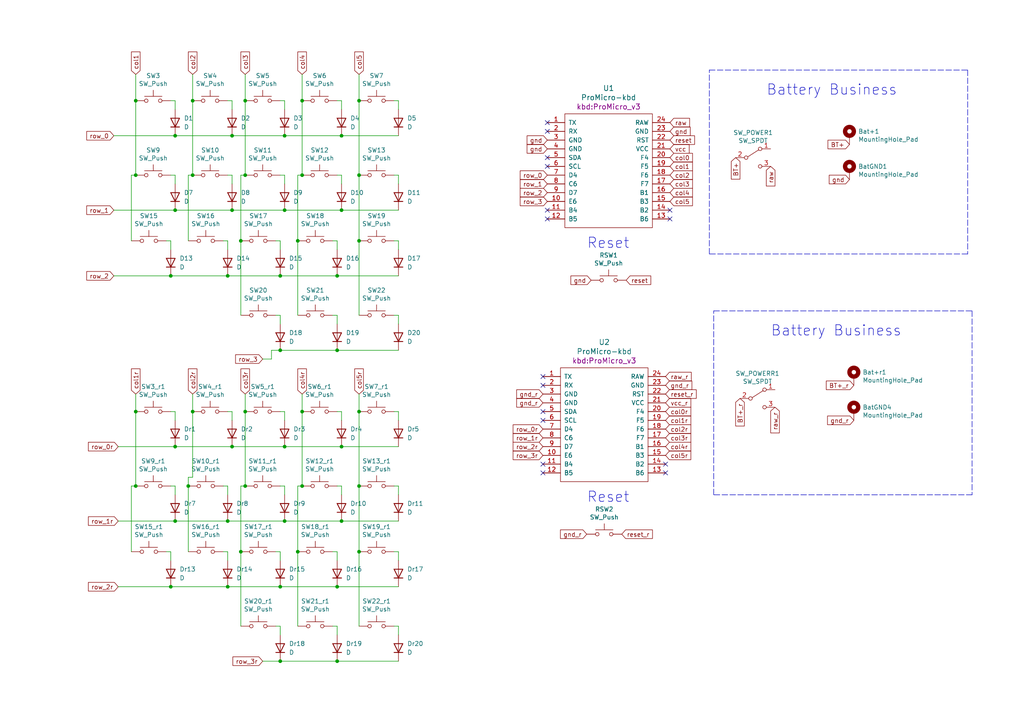
<source format=kicad_sch>
(kicad_sch (version 20211123) (generator eeschema)
  (paper "A4")
  (title_block (title "Sweep V2") (date "2021-03-10") (rev "0.1") (company "broomlabs"))
  (lib_symbols
    (symbol "Diode:1N4448W" (pin_numbers hide) (pin_names (offset 1.016) hide)
      (property "Reference" "D" (at 0 2.54 0))
      (property "Value" "1N4448W" (at 0 -2.54 0))
      (symbol "1N4448W_0_1"
        (polyline (pts (xy -1.27 1.27) (xy -1.27 -1.27)) (stroke (width 0.254)))
        (polyline (pts (xy 1.27 0) (xy -1.27 0)))
        (polyline (pts (xy 1.27 1.27) (xy 1.27 -1.27) (xy -1.27 0) (xy 1.27 1.27)) (stroke (width 0.254)))
      )
      (symbol "1N4448W_1_1"
        (pin passive line (at -3.81 0 0) (length 2.54) (name "K") (number "1"))
        (pin passive line (at 3.81 0 180) (length 2.54) (name "A") (number "2"))
      )
    )
    (symbol "Mechanical:MountingHole_Pad" (pin_numbers hide) (pin_names (offset 1.016) hide)
      (property "Reference" "H" (at 0 6.35 0))
      (property "Value" "MountingHole_Pad" (at 0 4.445 0))
      (symbol "MountingHole_Pad_0_1"
        (circle (center 0 1.27) (radius 1.27) (stroke (width 1.27)))
      )
      (symbol "MountingHole_Pad_1_1"
        (pin input line (at 0 -2.54 90) (length 2.54) (name "1") (number "1"))
      )
    )
    (symbol "Switch:SW_Push" (pin_numbers hide) (pin_names (offset 1.016) hide)
      (property "Reference" "SW" (at 1.27 2.54 0))
      (property "Value" "SW_Push" (at 0 -1.524 0))
      (symbol "SW_Push_0_1"
        (circle (center -2.032 0) (radius 0.508))
        (polyline (pts (xy 0 1.27) (xy 0 3.048)))
        (polyline (pts (xy 2.54 1.27) (xy -2.54 1.27)))
        (circle (center 2.032 0) (radius 0.508))
        (pin passive line (at -5.08 0 0) (length 2.54) (name "1") (number "1"))
        (pin passive line (at 5.08 0 180) (length 2.54) (name "2") (number "2"))
      )
    )
    (symbol "Switch:SW_SPDT" (pin_names (offset 0) hide)
      (property "Reference" "SW" (at 0 4.318 0))
      (property "Value" "SW_SPDT" (at 0 -5.08 0))
      (symbol "SW_SPDT_0_0"
        (circle (center -2.032 0) (radius 0.508))
        (circle (center 2.032 -2.54) (radius 0.508))
      )
      (symbol "SW_SPDT_0_1"
        (polyline (pts (xy -1.524 0.254) (xy 1.651 2.286)))
        (circle (center 2.032 2.54) (radius 0.508))
      )
      (symbol "SW_SPDT_1_1"
        (pin passive line (at 5.08 2.54 180) (length 2.54) (name "A") (number "1"))
        (pin passive line (at -5.08 0 0) (length 2.54) (name "B") (number "2"))
        (pin passive line (at 5.08 -2.54 180) (length 2.54) (name "C") (number "3"))
      )
    )
    (symbol "sweepv2-rescue:ProMicro-kbd-bigblackpill-34key-rescue" (pin_names (offset 1.016))
      (property "Reference" "U" (at 0 24.13 0))
      (property "Value" "ProMicro-kbd-bigblackpill-34key-rescue" (at 0 -13.97 0))
      (symbol "ProMicro-kbd-bigblackpill-34key-rescue_0_1"
        (rectangle (start -12.7 21.59) (end 12.7 -11.43))
      )
      (symbol "ProMicro-kbd-bigblackpill-34key-rescue_1_1"
        (pin bidirectional line (at -17.78 19.05 0) (length 5.08) (name "TX") (number "1"))
        (pin bidirectional line (at -17.78 -3.81 0) (length 5.08) (name "E6") (number "10"))
        (pin bidirectional line (at -17.78 -6.35 0) (length 5.08) (name "B4") (number "11"))
        (pin bidirectional line (at -17.78 -8.89 0) (length 5.08) (name "B5") (number "12"))
        (pin bidirectional line (at 17.78 -8.89 180) (length 5.08) (name "B6") (number "13"))
        (pin bidirectional line (at 17.78 -6.35 180) (length 5.08) (name "B2") (number "14"))
        (pin bidirectional line (at 17.78 -3.81 180) (length 5.08) (name "B3") (number "15"))
        (pin bidirectional line (at 17.78 -1.27 180) (length 5.08) (name "B1") (number "16"))
        (pin bidirectional line (at 17.78 1.27 180) (length 5.08) (name "F7") (number "17"))
        (pin bidirectional line (at 17.78 3.81 180) (length 5.08) (name "F6") (number "18"))
        (pin bidirectional line (at 17.78 6.35 180) (length 5.08) (name "F5") (number "19"))
        (pin bidirectional line (at -17.78 16.51 0) (length 5.08) (name "RX") (number "2"))
        (pin bidirectional line (at 17.78 8.89 180) (length 5.08) (name "F4") (number "20"))
        (pin power_in line (at 17.78 11.43 180) (length 5.08) (name "VCC") (number "21"))
        (pin input line (at 17.78 13.97 180) (length 5.08) (name "RST") (number "22"))
        (pin power_in line (at 17.78 16.51 180) (length 5.08) (name "GND") (number "23"))
        (pin power_out line (at 17.78 19.05 180) (length 5.08) (name "RAW") (number "24"))
        (pin power_in line (at -17.78 13.97 0) (length 5.08) (name "GND") (number "3"))
        (pin power_in line (at -17.78 11.43 0) (length 5.08) (name "GND") (number "4"))
        (pin bidirectional line (at -17.78 8.89 0) (length 5.08) (name "SDA") (number "5"))
        (pin bidirectional line (at -17.78 6.35 0) (length 5.08) (name "SCL") (number "6"))
        (pin bidirectional line (at -17.78 3.81 0) (length 5.08) (name "D4") (number "7"))
        (pin bidirectional line (at -17.78 1.27 0) (length 5.08) (name "C6") (number "8"))
        (pin bidirectional line (at -17.78 -1.27 0) (length 5.08) (name "D7") (number "9"))
      )
    )
  )
  (junction (at 99.06 39.37))
  (junction (at 50.8 60.96))
  (junction (at 86.36 69.85))
  (junction (at 97.79 170.18))
  (junction (at 104.14 69.85))
  (junction (at 55.88 50.8))
  (junction (at 67.31 60.96))
  (junction (at 97.79 191.77))
  (junction (at 86.36 160.02))
  (junction (at 104.14 140.97))
  (junction (at 67.31 39.37))
  (junction (at 82.55 151.13))
  (junction (at 97.79 101.6))
  (junction (at 54.61 140.97))
  (junction (at 71.12 119.38))
  (junction (at 87.63 140.97))
  (junction (at 99.06 151.13))
  (junction (at 82.55 129.54))
  (junction (at 50.8 39.37))
  (junction (at 99.06 129.54))
  (junction (at 39.37 50.8))
  (junction (at 81.28 80.01))
  (junction (at 81.28 191.77))
  (junction (at 71.12 50.8))
  (junction (at 67.31 129.54))
  (junction (at 99.06 60.96))
  (junction (at 69.85 160.02))
  (junction (at 87.63 119.38))
  (junction (at 55.88 119.38))
  (junction (at 87.63 50.8))
  (junction (at 50.8 129.54))
  (junction (at 82.55 39.37))
  (junction (at 97.79 80.01))
  (junction (at 39.37 29.21))
  (junction (at 66.04 80.01))
  (junction (at 104.14 119.38))
  (junction (at 81.28 170.18))
  (junction (at 66.04 170.18))
  (junction (at 69.85 69.85))
  (junction (at 104.14 50.8))
  (junction (at 55.88 29.21))
  (junction (at 50.8 151.13))
  (junction (at 39.37 140.97))
  (junction (at 39.37 119.38))
  (junction (at 49.53 170.18))
  (junction (at 49.53 80.01))
  (junction (at 71.12 140.97))
  (junction (at 82.55 60.96))
  (junction (at 66.04 151.13))
  (junction (at 71.12 29.21))
  (junction (at 87.63 29.21))
  (junction (at 104.14 29.21))
  (junction (at 104.14 160.02))
  (junction (at 81.28 101.6))
  (no_connect (at 193.04 137.16))
  (no_connect (at 193.04 134.62))
  (no_connect (at 157.48 109.22))
  (no_connect (at 157.48 111.76))
  (no_connect (at 157.48 119.38))
  (no_connect (at 157.48 134.62))
  (no_connect (at 157.48 137.16))
  (no_connect (at 157.48 121.92))
  (no_connect (at 194.31 60.96))
  (no_connect (at 158.75 60.96))
  (no_connect (at 194.31 63.5))
  (no_connect (at 158.75 35.56))
  (no_connect (at 158.75 38.1))
  (no_connect (at 158.75 45.72))
  (no_connect (at 158.75 48.26))
  (no_connect (at 158.75 63.5))
  (wire (pts (xy 34.29 129.54) (xy 50.8 129.54)))
  (wire (pts (xy 50.8 50.8) (xy 50.8 53.34)))
  (wire (pts (xy 87.63 114.3) (xy 87.63 119.38)))
  (wire (pts (xy 71.12 21.59) (xy 71.12 29.21)))
  (wire (pts (xy 87.63 119.38) (xy 87.63 140.97)))
  (wire (pts (xy 49.53 119.38) (xy 50.8 119.38)))
  (wire (pts (xy 81.28 101.6) (xy 97.79 101.6)))
  (wire (pts (xy 99.06 129.54) (xy 115.57 129.54)))
  (wire (pts (xy 69.85 140.97) (xy 71.12 140.97)))
  (wire (pts (xy 49.53 69.85) (xy 49.53 72.39)))
  (wire (pts (xy 67.31 129.54) (xy 82.55 129.54)))
  (wire (pts (xy 81.28 69.85) (xy 81.28 72.39)))
  (wire (pts (xy 114.3 119.38) (xy 115.57 119.38)))
  (wire (pts (xy 99.06 151.13) (xy 115.57 151.13)))
  (wire (pts (xy 67.31 39.37) (xy 82.55 39.37)))
  (wire (pts (xy 66.04 50.8) (xy 67.31 50.8)))
  (wire (pts (xy 114.3 29.21) (xy 115.57 29.21)))
  (wire (pts (xy 49.53 170.18) (xy 66.04 170.18)))
  (wire (pts (xy 82.55 29.21) (xy 82.55 31.75)))
  (wire (pts (xy 104.14 119.38) (xy 104.14 140.97)))
  (wire (pts (xy 97.79 119.38) (xy 99.06 119.38)))
  (wire (pts (xy 50.8 119.38) (xy 50.8 121.92)))
  (wire (pts (xy 49.53 50.8) (xy 50.8 50.8)))
  (wire (pts (xy 54.61 50.8) (xy 55.88 50.8)))
  (wire (pts (xy 69.85 69.85) (xy 69.85 91.44)))
  (wire (pts (xy 104.14 69.85) (xy 104.14 91.44)))
  (wire (pts (xy 97.79 140.97) (xy 99.06 140.97)))
  (wire (pts (xy 80.01 181.61) (xy 81.28 181.61)))
  (wire (pts (xy 39.37 21.59) (xy 39.37 29.21)))
  (wire (pts (xy 80.01 160.02) (xy 81.28 160.02)))
  (wire (pts (xy 66.04 119.38) (xy 67.31 119.38)))
  (wire (pts (xy 66.04 140.97) (xy 66.04 143.51)))
  (wire (pts (xy 115.57 140.97) (xy 115.57 143.51)))
  (wire (pts (xy 76.2 191.77) (xy 81.28 191.77)))
  (polyline (pts (xy 281.94 90.17) (xy 281.94 143.51)))
  (wire (pts (xy 114.3 181.61) (xy 115.57 181.61)))
  (wire (pts (xy 50.8 39.37) (xy 67.31 39.37)))
  (wire (pts (xy 34.29 151.13) (xy 50.8 151.13)))
  (wire (pts (xy 48.26 69.85) (xy 49.53 69.85)))
  (wire (pts (xy 38.1 50.8) (xy 39.37 50.8)))
  (wire (pts (xy 64.77 140.97) (xy 66.04 140.97)))
  (wire (pts (xy 55.88 114.3) (xy 55.88 119.38)))
  (wire (pts (xy 33.02 39.37) (xy 50.8 39.37)))
  (wire (pts (xy 86.36 140.97) (xy 87.63 140.97)))
  (wire (pts (xy 99.06 60.96) (xy 115.57 60.96)))
  (wire (pts (xy 39.37 114.3) (xy 39.37 119.38)))
  (wire (pts (xy 104.14 21.59) (xy 104.14 29.21)))
  (wire (pts (xy 115.57 91.44) (xy 115.57 93.98)))
  (wire (pts (xy 97.79 69.85) (xy 97.79 72.39)))
  (wire (pts (xy 115.57 160.02) (xy 115.57 162.56)))
  (wire (pts (xy 86.36 160.02) (xy 86.36 181.61)))
  (wire (pts (xy 97.79 101.6) (xy 115.57 101.6)))
  (wire (pts (xy 82.55 39.37) (xy 99.06 39.37)))
  (wire (pts (xy 115.57 50.8) (xy 115.57 53.34)))
  (wire (pts (xy 115.57 119.38) (xy 115.57 121.92)))
  (wire (pts (xy 39.37 29.21) (xy 39.37 50.8)))
  (wire (pts (xy 64.77 69.85) (xy 66.04 69.85)))
  (wire (pts (xy 69.85 69.85) (xy 69.85 50.8)))
  (wire (pts (xy 86.36 160.02) (xy 86.36 140.97)))
  (wire (pts (xy 67.31 50.8) (xy 67.31 53.34)))
  (wire (pts (xy 67.31 119.38) (xy 67.31 121.92)))
  (wire (pts (xy 97.79 29.21) (xy 99.06 29.21)))
  (wire (pts (xy 66.04 170.18) (xy 81.28 170.18)))
  (wire (pts (xy 82.55 129.54) (xy 99.06 129.54)))
  (wire (pts (xy 78.74 104.14) (xy 78.74 101.6)))
  (wire (pts (xy 97.79 50.8) (xy 99.06 50.8)))
  (wire (pts (xy 97.79 170.18) (xy 115.57 170.18)))
  (wire (pts (xy 115.57 181.61) (xy 115.57 184.15)))
  (wire (pts (xy 50.8 151.13) (xy 66.04 151.13)))
  (wire (pts (xy 69.85 50.8) (xy 71.12 50.8)))
  (polyline (pts (xy 280.67 20.32) (xy 280.67 73.66)))
  (wire (pts (xy 38.1 140.97) (xy 39.37 140.97)))
  (wire (pts (xy 48.26 160.02) (xy 49.53 160.02)))
  (wire (pts (xy 55.88 29.21) (xy 55.88 50.8)))
  (wire (pts (xy 81.28 119.38) (xy 82.55 119.38)))
  (wire (pts (xy 71.12 29.21) (xy 71.12 50.8)))
  (wire (pts (xy 49.53 80.01) (xy 66.04 80.01)))
  (polyline (pts (xy 205.74 73.66) (xy 205.74 20.32)))
  (wire (pts (xy 50.8 29.21) (xy 50.8 31.75)))
  (wire (pts (xy 71.12 119.38) (xy 71.12 140.97)))
  (wire (pts (xy 104.14 160.02) (xy 104.14 181.61)))
  (wire (pts (xy 76.2 104.14) (xy 78.74 104.14)))
  (wire (pts (xy 81.28 170.18) (xy 97.79 170.18)))
  (wire (pts (xy 99.06 140.97) (xy 99.06 143.51)))
  (polyline (pts (xy 281.94 143.51) (xy 207.01 143.51)))
  (wire (pts (xy 54.61 69.85) (xy 54.61 50.8)))
  (wire (pts (xy 49.53 29.21) (xy 50.8 29.21)))
  (wire (pts (xy 66.04 69.85) (xy 66.04 72.39)))
  (wire (pts (xy 82.55 140.97) (xy 82.55 143.51)))
  (wire (pts (xy 55.88 138.43) (xy 54.61 138.43)))
  (wire (pts (xy 81.28 91.44) (xy 81.28 93.98)))
  (wire (pts (xy 96.52 69.85) (xy 97.79 69.85)))
  (wire (pts (xy 99.06 50.8) (xy 99.06 53.34)))
  (wire (pts (xy 115.57 69.85) (xy 115.57 72.39)))
  (wire (pts (xy 115.57 29.21) (xy 115.57 31.75)))
  (wire (pts (xy 54.61 138.43) (xy 54.61 140.97)))
  (wire (pts (xy 114.3 69.85) (xy 115.57 69.85)))
  (wire (pts (xy 86.36 69.85) (xy 86.36 91.44)))
  (wire (pts (xy 96.52 91.44) (xy 97.79 91.44)))
  (wire (pts (xy 97.79 181.61) (xy 97.79 184.15)))
  (wire (pts (xy 81.28 50.8) (xy 82.55 50.8)))
  (wire (pts (xy 66.04 160.02) (xy 66.04 162.56)))
  (wire (pts (xy 97.79 191.77) (xy 115.57 191.77)))
  (wire (pts (xy 99.06 39.37) (xy 115.57 39.37)))
  (wire (pts (xy 97.79 80.01) (xy 115.57 80.01)))
  (wire (pts (xy 39.37 119.38) (xy 39.37 140.97)))
  (wire (pts (xy 80.01 69.85) (xy 81.28 69.85)))
  (wire (pts (xy 82.55 119.38) (xy 82.55 121.92)))
  (wire (pts (xy 104.14 140.97) (xy 104.14 160.02)))
  (wire (pts (xy 33.02 60.96) (xy 50.8 60.96)))
  (wire (pts (xy 82.55 50.8) (xy 82.55 53.34)))
  (wire (pts (xy 114.3 160.02) (xy 115.57 160.02)))
  (wire (pts (xy 78.74 101.6) (xy 81.28 101.6)))
  (wire (pts (xy 114.3 91.44) (xy 115.57 91.44)))
  (wire (pts (xy 71.12 114.3) (xy 71.12 119.38)))
  (wire (pts (xy 81.28 29.21) (xy 82.55 29.21)))
  (wire (pts (xy 50.8 129.54) (xy 67.31 129.54)))
  (wire (pts (xy 69.85 160.02) (xy 69.85 140.97)))
  (wire (pts (xy 38.1 69.85) (xy 38.1 50.8)))
  (wire (pts (xy 82.55 151.13) (xy 99.06 151.13)))
  (wire (pts (xy 87.63 21.59) (xy 87.63 29.21)))
  (wire (pts (xy 66.04 151.13) (xy 82.55 151.13)))
  (wire (pts (xy 66.04 80.01) (xy 81.28 80.01)))
  (wire (pts (xy 104.14 114.3) (xy 104.14 119.38)))
  (wire (pts (xy 97.79 91.44) (xy 97.79 93.98)))
  (wire (pts (xy 54.61 140.97) (xy 54.61 160.02)))
  (wire (pts (xy 104.14 29.21) (xy 104.14 50.8)))
  (polyline (pts (xy 207.01 90.17) (xy 281.94 90.17)))
  (wire (pts (xy 86.36 69.85) (xy 86.36 50.8)))
  (wire (pts (xy 50.8 60.96) (xy 67.31 60.96)))
  (wire (pts (xy 86.36 50.8) (xy 87.63 50.8)))
  (wire (pts (xy 49.53 160.02) (xy 49.53 162.56)))
  (wire (pts (xy 67.31 29.21) (xy 67.31 31.75)))
  (wire (pts (xy 69.85 160.02) (xy 69.85 181.61)))
  (wire (pts (xy 81.28 80.01) (xy 97.79 80.01)))
  (wire (pts (xy 82.55 60.96) (xy 99.06 60.96)))
  (wire (pts (xy 99.06 29.21) (xy 99.06 31.75)))
  (wire (pts (xy 55.88 21.59) (xy 55.88 29.21)))
  (wire (pts (xy 114.3 140.97) (xy 115.57 140.97)))
  (wire (pts (xy 97.79 160.02) (xy 97.79 162.56)))
  (wire (pts (xy 49.53 140.97) (xy 50.8 140.97)))
  (wire (pts (xy 96.52 160.02) (xy 97.79 160.02)))
  (polyline (pts (xy 205.74 20.32) (xy 280.67 20.32)))
  (wire (pts (xy 50.8 140.97) (xy 50.8 143.51)))
  (wire (pts (xy 104.14 50.8) (xy 104.14 69.85)))
  (wire (pts (xy 81.28 160.02) (xy 81.28 162.56)))
  (polyline (pts (xy 280.67 73.66) (xy 205.74 73.66)))
  (wire (pts (xy 34.29 170.18) (xy 49.53 170.18)))
  (polyline (pts (xy 207.01 143.51) (xy 207.01 90.17)))
  (wire (pts (xy 81.28 140.97) (xy 82.55 140.97)))
  (wire (pts (xy 64.77 160.02) (xy 66.04 160.02)))
  (wire (pts (xy 81.28 191.77) (xy 97.79 191.77)))
  (wire (pts (xy 38.1 160.02) (xy 38.1 140.97)))
  (wire (pts (xy 67.31 60.96) (xy 82.55 60.96)))
  (wire (pts (xy 114.3 50.8) (xy 115.57 50.8)))
  (wire (pts (xy 87.63 29.21) (xy 87.63 50.8)))
  (wire (pts (xy 81.28 181.61) (xy 81.28 184.15)))
  (wire (pts (xy 33.02 80.01) (xy 49.53 80.01)))
  (wire (pts (xy 55.88 119.38) (xy 55.88 138.43)))
  (wire (pts (xy 66.04 29.21) (xy 67.31 29.21)))
  (wire (pts (xy 80.01 91.44) (xy 81.28 91.44)))
  (wire (pts (xy 99.06 119.38) (xy 99.06 121.92)))
  (wire (pts (xy 96.52 181.61) (xy 97.79 181.61)))
  (text "Reset" (at 170.18 72.39 0) (effects (font (size 2.9972 2.9972)) (justify left bottom)))
  (text "Battery Business" (at 223.52 97.79 0) (effects (font (size 2.9972 2.9972)) (justify left bottom)))
  (text "Battery Business" (at 222.25 27.94 0) (effects (font (size 2.9972 2.9972)) (justify left bottom)))
  (text "Reset" (at 170.18 146.05 0) (effects (font (size 2.9972 2.9972)) (justify left bottom)))
  (global_label "col2" (shape input) (at 194.31 50.8 0) (property "Intersheet References" "${INTERSHEET_REFS}" (effects hide)))
  (global_label "vcc_r" (shape input) (at 193.04 116.84 0) (property "Intersheet References" "${INTERSHEET_REFS}" (effects hide)))
  (global_label "col4r" (shape input) (at 87.63 114.3 90) (property "Intersheet References" "${INTERSHEET_REFS}" (effects hide)))
  (global_label "row_1" (shape input) (at 158.75 53.34 180) (property "Intersheet References" "${INTERSHEET_REFS}" (effects hide)))
  (global_label "col2r" (shape input) (at 55.88 114.3 90) (property "Intersheet References" "${INTERSHEET_REFS}" (effects hide)))
  (global_label "gnd" (shape input) (at 158.75 40.64 180) (property "Intersheet References" "${INTERSHEET_REFS}" (effects hide)))
  (global_label "reset" (shape input) (at 181.61 81.28 0) (property "Intersheet References" "${INTERSHEET_REFS}" (effects hide)))
  (global_label "reset" (shape input) (at 194.31 40.64 0) (property "Intersheet References" "${INTERSHEET_REFS}" (effects hide)))
  (global_label "row_3" (shape input) (at 158.75 58.42 180) (property "Intersheet References" "${INTERSHEET_REFS}" (effects hide)))
  (global_label "col1r" (shape input) (at 39.37 114.3 90) (property "Intersheet References" "${INTERSHEET_REFS}" (effects hide)))
  (global_label "row_0r" (shape input) (at 34.29 129.54 180) (property "Intersheet References" "${INTERSHEET_REFS}" (effects hide)))
  (global_label "raw_r" (shape input) (at 224.79 118.11 270) (property "Intersheet References" "${INTERSHEET_REFS}" (effects hide)))
  (global_label "col3r" (shape input) (at 193.04 127 0) (property "Intersheet References" "${INTERSHEET_REFS}" (effects hide)))
  (global_label "vcc" (shape input) (at 194.31 43.18 0) (property "Intersheet References" "${INTERSHEET_REFS}" (effects hide)))
  (global_label "row_3r" (shape input) (at 157.48 132.08 180) (property "Intersheet References" "${INTERSHEET_REFS}" (effects hide)))
  (global_label "row_1r" (shape input) (at 34.29 151.13 180) (property "Intersheet References" "${INTERSHEET_REFS}" (effects hide)))
  (global_label "col2r" (shape input) (at 193.04 124.46 0) (property "Intersheet References" "${INTERSHEET_REFS}" (effects hide)))
  (global_label "col2" (shape input) (at 55.88 21.59 90) (property "Intersheet References" "${INTERSHEET_REFS}" (effects hide)))
  (global_label "row_0r" (shape input) (at 157.48 124.46 180) (property "Intersheet References" "${INTERSHEET_REFS}" (effects hide)))
  (global_label "col1" (shape input) (at 194.31 48.26 0) (property "Intersheet References" "${INTERSHEET_REFS}" (effects hide)))
  (global_label "col3" (shape input) (at 71.12 21.59 90) (property "Intersheet References" "${INTERSHEET_REFS}" (effects hide)))
  (global_label "row_2r" (shape input) (at 34.29 170.18 180) (property "Intersheet References" "${INTERSHEET_REFS}" (effects hide)))
  (global_label "gnd_r" (shape input) (at 170.18 154.94 180) (property "Intersheet References" "${INTERSHEET_REFS}" (effects hide)))
  (global_label "reset_r" (shape input) (at 180.34 154.94 0) (property "Intersheet References" "${INTERSHEET_REFS}" (effects hide)))
  (global_label "col0r" (shape input) (at 193.04 119.38 0) (property "Intersheet References" "${INTERSHEET_REFS}" (effects hide)))
  (global_label "row_2" (shape input) (at 158.75 55.88 180) (property "Intersheet References" "${INTERSHEET_REFS}" (effects hide)))
  (global_label "col0" (shape input) (at 194.31 45.72 0) (property "Intersheet References" "${INTERSHEET_REFS}" (effects hide)))
  (global_label "gnd_r" (shape input) (at 157.48 114.3 180) (property "Intersheet References" "${INTERSHEET_REFS}" (effects hide)))
  (global_label "row_3r" (shape input) (at 76.2 191.77 180) (property "Intersheet References" "${INTERSHEET_REFS}" (effects hide)))
  (global_label "raw_r" (shape input) (at 193.04 109.22 0) (property "Intersheet References" "${INTERSHEET_REFS}" (effects hide)))
  (global_label "gnd_r" (shape input) (at 193.04 111.76 0) (property "Intersheet References" "${INTERSHEET_REFS}" (effects hide)))
  (global_label "col4" (shape input) (at 194.31 55.88 0) (property "Intersheet References" "${INTERSHEET_REFS}" (effects hide)))
  (global_label "gnd" (shape input) (at 158.75 43.18 180) (property "Intersheet References" "${INTERSHEET_REFS}" (effects hide)))
  (global_label "BT+_r" (shape input) (at 247.65 111.76 180) (property "Intersheet References" "${INTERSHEET_REFS}" (effects hide)))
  (global_label "row_3" (shape input) (at 76.2 104.14 180) (property "Intersheet References" "${INTERSHEET_REFS}" (effects hide)))
  (global_label "gnd" (shape input) (at 171.45 81.28 180) (property "Intersheet References" "${INTERSHEET_REFS}" (effects hide)))
  (global_label "col4r" (shape input) (at 193.04 129.54 0) (property "Intersheet References" "${INTERSHEET_REFS}" (effects hide)))
  (global_label "gnd" (shape input) (at 246.38 52.07 180) (property "Intersheet References" "${INTERSHEET_REFS}" (effects hide)))
  (global_label "row_0" (shape input) (at 33.02 39.37 180) (property "Intersheet References" "${INTERSHEET_REFS}" (effects hide)))
  (global_label "gnd_r" (shape input) (at 247.65 121.92 180) (property "Intersheet References" "${INTERSHEET_REFS}" (effects hide)))
  (global_label "row_1r" (shape input) (at 157.48 127 180) (property "Intersheet References" "${INTERSHEET_REFS}" (effects hide)))
  (global_label "col5" (shape input) (at 104.14 21.59 90) (property "Intersheet References" "${INTERSHEET_REFS}" (effects hide)))
  (global_label "row_1" (shape input) (at 33.02 60.96 180) (property "Intersheet References" "${INTERSHEET_REFS}" (effects hide)))
  (global_label "BT+" (shape input) (at 213.36 45.72 270) (property "Intersheet References" "${INTERSHEET_REFS}" (effects hide)))
  (global_label "col5r" (shape input) (at 193.04 132.08 0) (property "Intersheet References" "${INTERSHEET_REFS}" (effects hide)))
  (global_label "col4" (shape input) (at 87.63 21.59 90) (property "Intersheet References" "${INTERSHEET_REFS}" (effects hide)))
  (global_label "col3" (shape input) (at 194.31 53.34 0) (property "Intersheet References" "${INTERSHEET_REFS}" (effects hide)))
  (global_label "raw" (shape input) (at 223.52 48.26 270) (property "Intersheet References" "${INTERSHEET_REFS}" (effects hide)))
  (global_label "col5r" (shape input) (at 104.14 114.3 90) (property "Intersheet References" "${INTERSHEET_REFS}" (effects hide)))
  (global_label "BT+_r" (shape input) (at 214.63 115.57 270) (property "Intersheet References" "${INTERSHEET_REFS}" (effects hide)))
  (global_label "row_2" (shape input) (at 33.02 80.01 180) (property "Intersheet References" "${INTERSHEET_REFS}" (effects hide)))
  (global_label "raw" (shape input) (at 194.31 35.56 0) (property "Intersheet References" "${INTERSHEET_REFS}" (effects hide)))
  (global_label "gnd_r" (shape input) (at 157.48 116.84 180) (property "Intersheet References" "${INTERSHEET_REFS}" (effects hide)))
  (global_label "col3r" (shape input) (at 71.12 114.3 90) (property "Intersheet References" "${INTERSHEET_REFS}" (effects hide)))
  (global_label "BT+" (shape input) (at 246.38 41.91 180) (property "Intersheet References" "${INTERSHEET_REFS}" (effects hide)))
  (global_label "row_2r" (shape input) (at 157.48 129.54 180) (property "Intersheet References" "${INTERSHEET_REFS}" (effects hide)))
  (global_label "row_0" (shape input) (at 158.75 50.8 180) (property "Intersheet References" "${INTERSHEET_REFS}" (effects hide)))
  (global_label "col5" (shape input) (at 194.31 58.42 0) (property "Intersheet References" "${INTERSHEET_REFS}" (effects hide)))
  (global_label "col1r" (shape input) (at 193.04 121.92 0) (property "Intersheet References" "${INTERSHEET_REFS}" (effects hide)))
  (global_label "gnd" (shape input) (at 194.31 38.1 0) (property "Intersheet References" "${INTERSHEET_REFS}" (effects hide)))
  (global_label "reset_r" (shape input) (at 193.04 114.3 0) (property "Intersheet References" "${INTERSHEET_REFS}" (effects hide)))
  (global_label "col1" (shape input) (at 39.37 21.59 90) (property "Intersheet References" "${INTERSHEET_REFS}" (effects hide)))
  (symbol (lib_id "Mechanical:MountingHole_Pad") (at 246.38 39.37 0) (unit 1)
    (property "Reference" "Bat+1" (at 248.92 38.1254 0) (effects (justify left)))
    (property "Value" "MountingHole_Pad" (at 248.92 40.4368 0) (effects (justify left)))
    (property "Footprint" "kbd:1pin_conn" (effects hide))
  )
  (symbol (lib_id "Mechanical:MountingHole_Pad") (at 246.38 49.53 0) (unit 1)
    (property "Reference" "BatGND1" (at 248.92 48.2854 0) (effects (justify left)))
    (property "Value" "MountingHole_Pad" (at 248.92 50.5968 0) (effects (justify left)))
    (property "Footprint" "kbd:1pin_conn" (effects hide))
  )
  (symbol (lib_id "sweepv2-rescue:ProMicro-kbd-bigblackpill-34key-rescue") (at 176.53 54.61 0) (unit 1)
    (property "Reference" "U1" (at 176.53 25.5778 0) (effects (font (size 1.524 1.524))))
    (property "Value" "ProMicro-kbd" (at 176.53 28.2702 0) (effects (font (size 1.524 1.524))))
    (property "Footprint" "kbd:ProMicro_v3" (at 176.53 30.9626 0) (effects (font (size 1.524 1.524))))
  )
  (symbol (lib_id "Switch:SW_Push") (at 44.45 29.21 0) (unit 1)
    (property "Reference" "SW3" (at 44.45 21.971 0))
    (property "Value" "SW_Push" (at 44.45 24.2824 0))
    (property "Footprint" "keyswitches:Kailh_socket_PG1350_optional" (effects hide))
  )
  (symbol (lib_id "Switch:SW_Push") (at 60.96 29.21 0) (unit 1)
    (property "Reference" "SW4" (at 60.96 21.971 0))
    (property "Value" "SW_Push" (at 60.96 24.2824 0))
    (property "Footprint" "keyswitches:Kailh_socket_PG1350_optional" (effects hide))
  )
  (symbol (lib_id "Switch:SW_Push") (at 76.2 29.21 0) (unit 1)
    (property "Reference" "SW5" (at 76.2 21.971 0))
    (property "Value" "SW_Push" (at 76.2 24.2824 0))
    (property "Footprint" "keyswitches:Kailh_socket_PG1350_optional" (effects hide))
  )
  (symbol (lib_id "Switch:SW_Push") (at 92.71 29.21 0) (unit 1)
    (property "Reference" "SW6" (at 92.71 21.971 0))
    (property "Value" "SW_Push" (at 92.71 24.2824 0))
    (property "Footprint" "keyswitches:Kailh_socket_PG1350_optional" (effects hide))
  )
  (symbol (lib_id "Switch:SW_Push") (at 74.93 91.44 0) (unit 1)
    (property "Reference" "SW20" (at 74.93 84.201 0))
    (property "Value" "SW_Push" (at 74.93 86.5124 0))
    (property "Footprint" "keyswitches:Kailh_socket_PG1350_optional" (effects hide))
  )
  (symbol (lib_id "Switch:SW_Push") (at 91.44 91.44 0) (unit 1)
    (property "Reference" "SW21" (at 91.44 84.201 0))
    (property "Value" "SW_Push" (at 91.44 86.5124 0))
    (property "Footprint" "keyswitches:Kailh_socket_PG1350_optional" (effects hide))
  )
  (symbol (lib_id "Switch:SW_Push") (at 44.45 50.8 0) (unit 1)
    (property "Reference" "SW9" (at 44.45 43.561 0))
    (property "Value" "SW_Push" (at 44.45 45.8724 0))
    (property "Footprint" "keyswitches:Kailh_socket_PG1350_optional" (effects hide))
  )
  (symbol (lib_id "Switch:SW_Push") (at 60.96 50.8 0) (unit 1)
    (property "Reference" "SW10" (at 60.96 43.561 0))
    (property "Value" "SW_Push" (at 60.96 45.8724 0))
    (property "Footprint" "keyswitches:Kailh_socket_PG1350_optional" (effects hide))
  )
  (symbol (lib_id "Switch:SW_Push") (at 76.2 50.8 0) (unit 1)
    (property "Reference" "SW11" (at 76.2 43.561 0))
    (property "Value" "SW_Push" (at 76.2 45.8724 0))
    (property "Footprint" "keyswitches:Kailh_socket_PG1350_optional" (effects hide))
  )
  (symbol (lib_id "Switch:SW_Push") (at 92.71 50.8 0) (unit 1)
    (property "Reference" "SW12" (at 92.71 43.561 0))
    (property "Value" "SW_Push" (at 92.71 45.8724 0))
    (property "Footprint" "keyswitches:Kailh_socket_PG1350_optional" (effects hide))
  )
  (symbol (lib_id "Switch:SW_Push") (at 43.18 69.85 0) (unit 1)
    (property "Reference" "SW15" (at 43.18 62.611 0))
    (property "Value" "SW_Push" (at 43.18 64.9224 0))
    (property "Footprint" "keyswitches:Kailh_socket_PG1350_optional" (effects hide))
  )
  (symbol (lib_id "Switch:SW_Push") (at 59.69 69.85 0) (unit 1)
    (property "Reference" "SW16" (at 59.69 62.611 0))
    (property "Value" "SW_Push" (at 59.69 64.9224 0))
    (property "Footprint" "keyswitches:Kailh_socket_PG1350_optional" (effects hide))
  )
  (symbol (lib_id "Switch:SW_Push") (at 74.93 69.85 0) (unit 1)
    (property "Reference" "SW17" (at 74.93 62.611 0))
    (property "Value" "SW_Push" (at 74.93 64.9224 0))
    (property "Footprint" "keyswitches:Kailh_socket_PG1350_optional" (effects hide))
  )
  (symbol (lib_id "Switch:SW_Push") (at 91.44 69.85 0) (unit 1)
    (property "Reference" "SW18" (at 91.44 62.611 0))
    (property "Value" "SW_Push" (at 91.44 64.9224 0))
    (property "Footprint" "keyswitches:Kailh_socket_PG1350_optional" (effects hide))
  )
  (symbol (lib_id "Switch:SW_Push") (at 176.53 81.28 0) (unit 1)
    (property "Reference" "RSW1" (at 176.53 74.041 0))
    (property "Value" "SW_Push" (at 176.53 76.3524 0))
    (property "Footprint" "kbd:ResetSW" (effects hide))
  )
  (symbol (lib_id "Switch:SW_SPDT") (at 218.44 45.72 0) (unit 1)
    (property "Reference" "SW_POWER1" (at 218.44 38.481 0))
    (property "Value" "SW_SPDT" (at 218.44 40.7924 0))
    (property "Footprint" "Button_Switch_SMD:SW_SPDT_PCM12" (effects hide))
  )
  (symbol (lib_id "Switch:SW_Push") (at 44.45 119.38 0) (unit 1)
    (property "Reference" "SW3_r1" (at 44.45 112.141 0))
    (property "Value" "SW_Push" (at 44.45 114.4524 0))
    (property "Footprint" "keyswitches:Kailh_socket_PG1350_optional" (effects hide))
  )
  (symbol (lib_id "Switch:SW_Push") (at 60.96 119.38 0) (unit 1)
    (property "Reference" "SW4_r1" (at 60.96 112.141 0))
    (property "Value" "SW_Push" (at 60.96 114.4524 0))
    (property "Footprint" "keyswitches:Kailh_socket_PG1350_optional" (effects hide))
  )
  (symbol (lib_id "Switch:SW_Push") (at 76.2 119.38 0) (unit 1)
    (property "Reference" "SW5_r1" (at 76.2 112.141 0))
    (property "Value" "SW_Push" (at 76.2 114.4524 0))
    (property "Footprint" "keyswitches:Kailh_socket_PG1350_optional" (effects hide))
  )
  (symbol (lib_id "Switch:SW_Push") (at 92.71 119.38 0) (unit 1)
    (property "Reference" "SW6_r1" (at 92.71 112.141 0))
    (property "Value" "SW_Push" (at 92.71 114.4524 0))
    (property "Footprint" "keyswitches:Kailh_socket_PG1350_optional" (effects hide))
  )
  (symbol (lib_id "Switch:SW_Push") (at 74.93 160.02 0) (unit 1)
    (property "Reference" "SW17_r1" (at 74.93 152.781 0))
    (property "Value" "SW_Push" (at 74.93 155.0924 0))
    (property "Footprint" "keyswitches:Kailh_socket_PG1350_optional" (effects hide))
  )
  (symbol (lib_id "Switch:SW_Push") (at 91.44 160.02 0) (unit 1)
    (property "Reference" "SW18_r1" (at 91.44 152.781 0))
    (property "Value" "SW_Push" (at 91.44 155.0924 0))
    (property "Footprint" "keyswitches:Kailh_socket_PG1350_optional" (effects hide))
  )
  (symbol (lib_id "Switch:SW_Push") (at 109.22 119.38 0) (unit 1)
    (property "Reference" "SW7_r1" (at 109.22 112.141 0))
    (property "Value" "SW_Push" (at 109.22 114.4524 0))
    (property "Footprint" "keyswitches:Kailh_socket_PG1350_optional" (effects hide))
  )
  (symbol (lib_id "Switch:SW_Push") (at 44.45 140.97 0) (unit 1)
    (property "Reference" "SW9_r1" (at 44.45 133.731 0))
    (property "Value" "SW_Push" (at 44.45 136.0424 0))
    (property "Footprint" "keyswitches:Kailh_socket_PG1350_optional" (effects hide))
  )
  (symbol (lib_id "Switch:SW_Push") (at 59.69 140.97 0) (unit 1)
    (property "Reference" "SW10_r1" (at 59.69 133.731 0))
    (property "Value" "SW_Push" (at 59.69 136.0424 0))
    (property "Footprint" "keyswitches:Kailh_socket_PG1350_optional" (effects hide))
  )
  (symbol (lib_id "Switch:SW_Push") (at 76.2 140.97 0) (unit 1)
    (property "Reference" "SW11_r1" (at 76.2 133.731 0))
    (property "Value" "SW_Push" (at 76.2 136.0424 0))
    (property "Footprint" "keyswitches:Kailh_socket_PG1350_optional" (effects hide))
  )
  (symbol (lib_id "Switch:SW_Push") (at 92.71 140.97 0) (unit 1)
    (property "Reference" "SW12_r1" (at 92.71 133.731 0))
    (property "Value" "SW_Push" (at 92.71 136.0424 0))
    (property "Footprint" "keyswitches:Kailh_socket_PG1350_optional" (effects hide))
  )
  (symbol (lib_id "Switch:SW_Push") (at 109.22 140.97 0) (unit 1)
    (property "Reference" "SW13_r1" (at 109.22 133.731 0))
    (property "Value" "SW_Push" (at 109.22 136.0424 0))
    (property "Footprint" "keyswitches:Kailh_socket_PG1350_optional" (effects hide))
  )
  (symbol (lib_id "Switch:SW_Push") (at 43.18 160.02 0) (unit 1)
    (property "Reference" "SW15_r1" (at 43.18 152.781 0))
    (property "Value" "SW_Push" (at 43.18 155.0924 0))
    (property "Footprint" "keyswitches:Kailh_socket_PG1350_optional" (effects hide))
  )
  (symbol (lib_id "Switch:SW_Push") (at 59.69 160.02 0) (unit 1)
    (property "Reference" "SW16_r1" (at 59.69 152.781 0))
    (property "Value" "SW_Push" (at 59.69 155.0924 0))
    (property "Footprint" "keyswitches:Kailh_socket_PG1350_optional" (effects hide))
  )
  (symbol (lib_id "sweepv2-rescue:ProMicro-kbd-bigblackpill-34key-rescue") (at 175.26 128.27 0) (unit 1)
    (property "Reference" "U2" (at 175.26 99.2378 0) (effects (font (size 1.524 1.524))))
    (property "Value" "ProMicro-kbd" (at 175.26 101.9302 0) (effects (font (size 1.524 1.524))))
    (property "Footprint" "kbd:ProMicro_v3" (at 175.26 104.6226 0) (effects (font (size 1.524 1.524))))
  )
  (symbol (lib_id "Switch:SW_Push") (at 175.26 154.94 0) (unit 1)
    (property "Reference" "RSW2" (at 175.26 147.701 0))
    (property "Value" "SW_Push" (at 175.26 150.0124 0))
    (property "Footprint" "kbd:ResetSW" (effects hide))
  )
  (symbol (lib_id "Switch:SW_SPDT") (at 219.71 115.57 0) (unit 1)
    (property "Reference" "SW_POWERR1" (at 219.71 108.331 0))
    (property "Value" "SW_SPDT" (at 219.71 110.6424 0))
    (property "Footprint" "Button_Switch_SMD:SW_SPDT_PCM12" (effects hide))
  )
  (symbol (lib_id "Mechanical:MountingHole_Pad") (at 247.65 109.22 0) (unit 1)
    (property "Reference" "Bat+r1" (at 250.19 107.9754 0) (effects (justify left)))
    (property "Value" "MountingHole_Pad" (at 250.19 110.2868 0) (effects (justify left)))
    (property "Footprint" "kbd:1pin_conn" (effects hide))
  )
  (symbol (lib_id "Mechanical:MountingHole_Pad") (at 247.65 119.38 0) (unit 1)
    (property "Reference" "BatGND4" (at 250.19 118.1354 0) (effects (justify left)))
    (property "Value" "MountingHole_Pad" (at 250.19 120.4468 0) (effects (justify left)))
    (property "Footprint" "kbd:1pin_conn" (effects hide))
  )
  (symbol (lib_id "Diode:1N4448W") (at 115.57 187.96 90) (unit 1)
    (property "Reference" "Dr20" (at 118.11 186.6899 90) (effects (justify right)))
    (property "Value" "D" (at 118.11 189.2299 90) (effects (justify right)))
    (property "Footprint" "kbd:D3_SMD_v2" (effects hide))
    (property "Datasheet" "https://www.vishay.com/docs/85722/1n4448w.pdf" (effects hide))
    (property "LCSC" "C2099" (effects hide))
  )
  (symbol (lib_id "Switch:SW_Push") (at 109.22 181.61 0) (unit 1)
    (property "Reference" "SW22_r1" (at 109.22 174.371 0))
    (property "Value" "SW_Push" (at 109.22 176.6824 0))
    (property "Footprint" "keyswitches:Kailh_socket_PG1350_optional" (effects hide))
  )
  (symbol (lib_id "Diode:1N4448W") (at 50.8 125.73 90) (unit 1)
    (property "Reference" "Dr1" (at 53.34 124.4599 90) (effects (justify right)))
    (property "Value" "D" (at 53.34 126.9999 90) (effects (justify right)))
    (property "Footprint" "kbd:D3_SMD_v2" (effects hide))
    (property "Datasheet" "https://www.vishay.com/docs/85722/1n4448w.pdf" (effects hide))
    (property "LCSC" "C2099" (effects hide))
  )
  (symbol (lib_id "Diode:1N4448W") (at 81.28 97.79 90) (unit 1)
    (property "Reference" "D18" (at 83.82 96.5199 90) (effects (justify right)))
    (property "Value" "D" (at 83.82 99.0599 90) (effects (justify right)))
    (property "Footprint" "kbd:D3_SMD_v2" (effects hide))
    (property "Datasheet" "https://www.vishay.com/docs/85722/1n4448w.pdf" (effects hide))
    (property "LCSC" "C2099" (effects hide))
  )
  (symbol (lib_id "Switch:SW_Push") (at 109.22 29.21 0) (unit 1)
    (property "Reference" "SW7" (at 109.22 21.971 0))
    (property "Value" "SW_Push" (at 109.22 24.2824 0))
    (property "Footprint" "keyswitches:Kailh_socket_PG1350_optional" (effects hide))
  )
  (symbol (lib_id "Diode:1N4448W") (at 115.57 57.15 90) (unit 1)
    (property "Reference" "D11" (at 118.11 55.8799 90) (effects (justify right)))
    (property "Value" "D" (at 118.11 58.4199 90) (effects (justify right)))
    (property "Footprint" "kbd:D3_SMD_v2" (effects hide))
    (property "Datasheet" "https://www.vishay.com/docs/85722/1n4448w.pdf" (effects hide))
    (property "LCSC" "C2099" (effects hide))
  )
  (symbol (lib_id "Diode:1N4448W") (at 67.31 35.56 90) (unit 1)
    (property "Reference" "D2" (at 69.85 34.2899 90) (effects (justify right)))
    (property "Value" "D" (at 69.85 36.8299 90) (effects (justify right)))
    (property "Footprint" "kbd:D3_SMD_v2" (effects hide))
    (property "Datasheet" "https://www.vishay.com/docs/85722/1n4448w.pdf" (effects hide))
    (property "LCSC" "C2099" (effects hide))
  )
  (symbol (lib_id "Diode:1N4448W") (at 97.79 166.37 90) (unit 1)
    (property "Reference" "Dr16" (at 100.33 165.0999 90) (effects (justify right)))
    (property "Value" "D" (at 100.33 167.6399 90) (effects (justify right)))
    (property "Footprint" "kbd:D3_SMD_v2" (effects hide))
    (property "Datasheet" "https://www.vishay.com/docs/85722/1n4448w.pdf" (effects hide))
    (property "LCSC" "C2099" (effects hide))
  )
  (symbol (lib_id "Switch:SW_Push") (at 109.22 50.8 0) (unit 1)
    (property "Reference" "SW13" (at 109.22 43.561 0))
    (property "Value" "SW_Push" (at 109.22 45.8724 0))
    (property "Footprint" "keyswitches:Kailh_socket_PG1350_optional" (effects hide))
  )
  (symbol (lib_id "Switch:SW_Push") (at 109.22 69.85 0) (unit 1)
    (property "Reference" "SW19" (at 109.22 62.611 0))
    (property "Value" "SW_Push" (at 109.22 64.9224 0))
    (property "Footprint" "keyswitches:Kailh_socket_PG1350_optional" (effects hide))
  )
  (symbol (lib_id "Diode:1N4448W") (at 82.55 57.15 90) (unit 1)
    (property "Reference" "D9" (at 85.09 55.8799 90) (effects (justify right)))
    (property "Value" "D" (at 85.09 58.4199 90) (effects (justify right)))
    (property "Footprint" "kbd:D3_SMD_v2" (effects hide))
    (property "Datasheet" "https://www.vishay.com/docs/85722/1n4448w.pdf" (effects hide))
    (property "LCSC" "C2099" (effects hide))
  )
  (symbol (lib_id "Diode:1N4448W") (at 81.28 187.96 90) (unit 1)
    (property "Reference" "Dr18" (at 83.82 186.6899 90) (effects (justify right)))
    (property "Value" "D" (at 83.82 189.2299 90) (effects (justify right)))
    (property "Footprint" "kbd:D3_SMD_v2" (effects hide))
    (property "Datasheet" "https://www.vishay.com/docs/85722/1n4448w.pdf" (effects hide))
    (property "LCSC" "C2099" (effects hide))
  )
  (symbol (lib_id "Diode:1N4448W") (at 115.57 147.32 90) (unit 1)
    (property "Reference" "Dr11" (at 118.11 146.0499 90) (effects (justify right)))
    (property "Value" "D" (at 118.11 148.5899 90) (effects (justify right)))
    (property "Footprint" "kbd:D3_SMD_v2" (effects hide))
    (property "Datasheet" "https://www.vishay.com/docs/85722/1n4448w.pdf" (effects hide))
    (property "LCSC" "C2099" (effects hide))
  )
  (symbol (lib_id "Diode:1N4448W") (at 115.57 76.2 90) (unit 1)
    (property "Reference" "D17" (at 118.11 74.9299 90) (effects (justify right)))
    (property "Value" "D" (at 118.11 77.4699 90) (effects (justify right)))
    (property "Footprint" "kbd:D3_SMD_v2" (effects hide))
    (property "Datasheet" "https://www.vishay.com/docs/85722/1n4448w.pdf" (effects hide))
    (property "LCSC" "C2099" (effects hide))
  )
  (symbol (lib_id "Diode:1N4448W") (at 115.57 97.79 90) (unit 1)
    (property "Reference" "D20" (at 118.11 96.5199 90) (effects (justify right)))
    (property "Value" "D" (at 118.11 99.0599 90) (effects (justify right)))
    (property "Footprint" "kbd:D3_SMD_v2" (effects hide))
    (property "Datasheet" "https://www.vishay.com/docs/85722/1n4448w.pdf" (effects hide))
    (property "LCSC" "C2099" (effects hide))
  )
  (symbol (lib_id "Diode:1N4448W") (at 50.8 35.56 90) (unit 1)
    (property "Reference" "D1" (at 53.34 34.2899 90) (effects (justify right)))
    (property "Value" "D" (at 53.34 36.8299 90) (effects (justify right)))
    (property "Footprint" "kbd:D3_SMD_v2" (effects hide))
    (property "Datasheet" "https://www.vishay.com/docs/85722/1n4448w.pdf" (effects hide))
    (property "LCSC" "C2099" (effects hide))
  )
  (symbol (lib_id "Diode:1N4448W") (at 67.31 125.73 90) (unit 1)
    (property "Reference" "Dr2" (at 69.85 124.4599 90) (effects (justify right)))
    (property "Value" "D" (at 69.85 126.9999 90) (effects (justify right)))
    (property "Footprint" "kbd:D3_SMD_v2" (effects hide))
    (property "Datasheet" "https://www.vishay.com/docs/85722/1n4448w.pdf" (effects hide))
    (property "LCSC" "C2099" (effects hide))
  )
  (symbol (lib_id "Diode:1N4448W") (at 99.06 35.56 90) (unit 1)
    (property "Reference" "D4" (at 101.6 34.2899 90) (effects (justify right)))
    (property "Value" "D" (at 101.6 36.8299 90) (effects (justify right)))
    (property "Footprint" "kbd:D3_SMD_v2" (effects hide))
    (property "Datasheet" "https://www.vishay.com/docs/85722/1n4448w.pdf" (effects hide))
    (property "LCSC" "C2099" (effects hide))
  )
  (symbol (lib_id "Diode:1N4448W") (at 115.57 125.73 90) (unit 1)
    (property "Reference" "Dr5" (at 118.11 124.4599 90) (effects (justify right)))
    (property "Value" "D" (at 118.11 126.9999 90) (effects (justify right)))
    (property "Footprint" "kbd:D3_SMD_v2" (effects hide))
    (property "Datasheet" "https://www.vishay.com/docs/85722/1n4448w.pdf" (effects hide))
    (property "LCSC" "C2099" (effects hide))
  )
  (symbol (lib_id "Diode:1N4448W") (at 97.79 187.96 90) (unit 1)
    (property "Reference" "Dr19" (at 100.33 186.6899 90) (effects (justify right)))
    (property "Value" "D" (at 100.33 189.2299 90) (effects (justify right)))
    (property "Footprint" "kbd:D3_SMD_v2" (effects hide))
    (property "Datasheet" "https://www.vishay.com/docs/85722/1n4448w.pdf" (effects hide))
    (property "LCSC" "C2099" (effects hide))
  )
  (symbol (lib_id "Switch:SW_Push") (at 109.22 160.02 0) (unit 1)
    (property "Reference" "SW19_r1" (at 109.22 152.781 0))
    (property "Value" "SW_Push" (at 109.22 155.0924 0))
    (property "Footprint" "keyswitches:Kailh_socket_PG1350_optional" (effects hide))
  )
  (symbol (lib_id "Diode:1N4448W") (at 99.06 125.73 90) (unit 1)
    (property "Reference" "Dr4" (at 101.6 124.4599 90) (effects (justify right)))
    (property "Value" "D" (at 101.6 126.9999 90) (effects (justify right)))
    (property "Footprint" "kbd:D3_SMD_v2" (effects hide))
    (property "Datasheet" "https://www.vishay.com/docs/85722/1n4448w.pdf" (effects hide))
    (property "LCSC" "C2099" (effects hide))
  )
  (symbol (lib_id "Diode:1N4448W") (at 66.04 76.2 90) (unit 1)
    (property "Reference" "D14" (at 68.58 74.9299 90) (effects (justify right)))
    (property "Value" "D" (at 68.58 77.4699 90) (effects (justify right)))
    (property "Footprint" "kbd:D3_SMD_v2" (effects hide))
    (property "Datasheet" "https://www.vishay.com/docs/85722/1n4448w.pdf" (effects hide))
    (property "LCSC" "C2099" (effects hide))
  )
  (symbol (lib_id "Diode:1N4448W") (at 97.79 97.79 90) (unit 1)
    (property "Reference" "D19" (at 100.33 96.5199 90) (effects (justify right)))
    (property "Value" "D" (at 100.33 99.0599 90) (effects (justify right)))
    (property "Footprint" "kbd:D3_SMD_v2" (effects hide))
    (property "Datasheet" "https://www.vishay.com/docs/85722/1n4448w.pdf" (effects hide))
    (property "LCSC" "C2099" (effects hide))
  )
  (symbol (lib_id "Diode:1N4448W") (at 81.28 76.2 90) (unit 1)
    (property "Reference" "D15" (at 83.82 74.9299 90) (effects (justify right)))
    (property "Value" "D" (at 83.82 77.4699 90) (effects (justify right)))
    (property "Footprint" "kbd:D3_SMD_v2" (effects hide))
    (property "Datasheet" "https://www.vishay.com/docs/85722/1n4448w.pdf" (effects hide))
    (property "LCSC" "C2099" (effects hide))
  )
  (symbol (lib_id "Switch:SW_Push") (at 74.93 181.61 0) (unit 1)
    (property "Reference" "SW20_r1" (at 74.93 174.371 0))
    (property "Value" "SW_Push" (at 74.93 176.6824 0))
    (property "Footprint" "keyswitches:Kailh_socket_PG1350_optional" (effects hide))
  )
  (symbol (lib_id "Diode:1N4448W") (at 115.57 35.56 90) (unit 1)
    (property "Reference" "D5" (at 118.11 34.2899 90) (effects (justify right)))
    (property "Value" "D" (at 118.11 36.8299 90) (effects (justify right)))
    (property "Footprint" "kbd:D3_SMD_v2" (effects hide))
    (property "Datasheet" "https://www.vishay.com/docs/85722/1n4448w.pdf" (effects hide))
    (property "LCSC" "C2099" (effects hide))
  )
  (symbol (lib_id "Diode:1N4448W") (at 99.06 57.15 90) (unit 1)
    (property "Reference" "D10" (at 101.6 55.8799 90) (effects (justify right)))
    (property "Value" "D" (at 101.6 58.4199 90) (effects (justify right)))
    (property "Footprint" "kbd:D3_SMD_v2" (effects hide))
    (property "Datasheet" "https://www.vishay.com/docs/85722/1n4448w.pdf" (effects hide))
    (property "LCSC" "C2099" (effects hide))
  )
  (symbol (lib_id "Diode:1N4448W") (at 81.28 166.37 90) (unit 1)
    (property "Reference" "Dr15" (at 83.82 165.0999 90) (effects (justify right)))
    (property "Value" "D" (at 83.82 167.6399 90) (effects (justify right)))
    (property "Footprint" "kbd:D3_SMD_v2" (effects hide))
    (property "Datasheet" "https://www.vishay.com/docs/85722/1n4448w.pdf" (effects hide))
    (property "LCSC" "C2099" (effects hide))
  )
  (symbol (lib_id "Diode:1N4448W") (at 82.55 35.56 90) (unit 1)
    (property "Reference" "D3" (at 85.09 34.2899 90) (effects (justify right)))
    (property "Value" "D" (at 85.09 36.8299 90) (effects (justify right)))
    (property "Footprint" "kbd:D3_SMD_v2" (effects hide))
    (property "Datasheet" "https://www.vishay.com/docs/85722/1n4448w.pdf" (effects hide))
    (property "LCSC" "C2099" (effects hide))
  )
  (symbol (lib_id "Diode:1N4448W") (at 97.79 76.2 90) (unit 1)
    (property "Reference" "D16" (at 100.33 74.9299 90) (effects (justify right)))
    (property "Value" "D" (at 100.33 77.4699 90) (effects (justify right)))
    (property "Footprint" "kbd:D3_SMD_v2" (effects hide))
    (property "Datasheet" "https://www.vishay.com/docs/85722/1n4448w.pdf" (effects hide))
    (property "LCSC" "C2099" (effects hide))
  )
  (symbol (lib_id "Switch:SW_Push") (at 91.44 181.61 0) (unit 1)
    (property "Reference" "SW21_r1" (at 91.44 174.371 0))
    (property "Value" "SW_Push" (at 91.44 176.6824 0))
    (property "Footprint" "keyswitches:Kailh_socket_PG1350_optional" (effects hide))
  )
  (symbol (lib_id "Diode:1N4448W") (at 82.55 147.32 90) (unit 1)
    (property "Reference" "Dr9" (at 85.09 146.0499 90) (effects (justify right)))
    (property "Value" "D" (at 85.09 148.5899 90) (effects (justify right)))
    (property "Footprint" "kbd:D3_SMD_v2" (effects hide))
    (property "Datasheet" "https://www.vishay.com/docs/85722/1n4448w.pdf" (effects hide))
    (property "LCSC" "C2099" (effects hide))
  )
  (symbol (lib_id "Diode:1N4448W") (at 99.06 147.32 90) (unit 1)
    (property "Reference" "Dr10" (at 101.6 146.0499 90) (effects (justify right)))
    (property "Value" "D" (at 101.6 148.5899 90) (effects (justify right)))
    (property "Footprint" "kbd:D3_SMD_v2" (effects hide))
    (property "Datasheet" "https://www.vishay.com/docs/85722/1n4448w.pdf" (effects hide))
    (property "LCSC" "C2099" (effects hide))
  )
  (symbol (lib_id "Diode:1N4448W") (at 50.8 57.15 90) (unit 1)
    (property "Reference" "D7" (at 53.34 55.8799 90) (effects (justify right)))
    (property "Value" "D" (at 53.34 58.4199 90) (effects (justify right)))
    (property "Footprint" "kbd:D3_SMD_v2" (effects hide))
    (property "Datasheet" "https://www.vishay.com/docs/85722/1n4448w.pdf" (effects hide))
    (property "LCSC" "C2099" (effects hide))
  )
  (symbol (lib_id "Diode:1N4448W") (at 82.55 125.73 90) (unit 1)
    (property "Reference" "Dr3" (at 85.09 124.4599 90) (effects (justify right)))
    (property "Value" "D" (at 85.09 126.9999 90) (effects (justify right)))
    (property "Footprint" "kbd:D3_SMD_v2" (effects hide))
    (property "Datasheet" "https://www.vishay.com/docs/85722/1n4448w.pdf" (effects hide))
    (property "LCSC" "C2099" (effects hide))
  )
  (symbol (lib_id "Diode:1N4448W") (at 67.31 57.15 90) (unit 1)
    (property "Reference" "D8" (at 69.85 55.8799 90) (effects (justify right)))
    (property "Value" "D" (at 69.85 58.4199 90) (effects (justify right)))
    (property "Footprint" "kbd:D3_SMD_v2" (effects hide))
    (property "Datasheet" "https://www.vishay.com/docs/85722/1n4448w.pdf" (effects hide))
    (property "LCSC" "C2099" (effects hide))
  )
  (symbol (lib_id "Diode:1N4448W") (at 50.8 147.32 90) (unit 1)
    (property "Reference" "Dr7" (at 53.34 146.0499 90) (effects (justify right)))
    (property "Value" "D" (at 53.34 148.5899 90) (effects (justify right)))
    (property "Footprint" "kbd:D3_SMD_v2" (effects hide))
    (property "Datasheet" "https://www.vishay.com/docs/85722/1n4448w.pdf" (effects hide))
    (property "LCSC" "C2099" (effects hide))
  )
  (symbol (lib_id "Diode:1N4448W") (at 66.04 147.32 90) (unit 1)
    (property "Reference" "Dr8" (at 68.58 146.0499 90) (effects (justify right)))
    (property "Value" "D" (at 68.58 148.5899 90) (effects (justify right)))
    (property "Footprint" "kbd:D3_SMD_v2" (effects hide))
    (property "Datasheet" "https://www.vishay.com/docs/85722/1n4448w.pdf" (effects hide))
    (property "LCSC" "C2099" (effects hide))
  )
  (symbol (lib_id "Diode:1N4448W") (at 66.04 166.37 90) (unit 1)
    (property "Reference" "Dr14" (at 68.58 165.0999 90) (effects (justify right)))
    (property "Value" "D" (at 68.58 167.6399 90) (effects (justify right)))
    (property "Footprint" "kbd:D3_SMD_v2" (effects hide))
    (property "Datasheet" "https://www.vishay.com/docs/85722/1n4448w.pdf" (effects hide))
    (property "LCSC" "C2099" (effects hide))
  )
  (symbol (lib_id "Diode:1N4448W") (at 115.57 166.37 90) (unit 1)
    (property "Reference" "Dr17" (at 118.11 165.0999 90) (effects (justify right)))
    (property "Value" "D" (at 118.11 167.6399 90) (effects (justify right)))
    (property "Footprint" "kbd:D3_SMD_v2" (effects hide))
    (property "Datasheet" "https://www.vishay.com/docs/85722/1n4448w.pdf" (effects hide))
    (property "LCSC" "C2099" (effects hide))
  )
  (symbol (lib_id "Switch:SW_Push") (at 109.22 91.44 0) (unit 1)
    (property "Reference" "SW22" (at 109.22 84.201 0))
    (property "Value" "SW_Push" (at 109.22 86.5124 0))
    (property "Footprint" "keyswitches:Kailh_socket_PG1350_optional" (effects hide))
  )
  (symbol (lib_id "Diode:1N4448W") (at 49.53 76.2 90) (unit 1)
    (property "Reference" "D13" (at 52.07 74.9299 90) (effects (justify right)))
    (property "Value" "D" (at 52.07 77.4699 90) (effects (justify right)))
    (property "Footprint" "kbd:D3_SMD_v2" (effects hide))
    (property "Datasheet" "https://www.vishay.com/docs/85722/1n4448w.pdf" (effects hide))
    (property "LCSC" "C2099" (effects hide))
  )
  (symbol (lib_id "Diode:1N4448W") (at 49.53 166.37 90) (unit 1)
    (property "Reference" "Dr13" (at 52.07 165.0999 90) (effects (justify right)))
    (property "Value" "D" (at 52.07 167.6399 90) (effects (justify right)))
    (property "Footprint" "kbd:D3_SMD_v2" (effects hide))
    (property "Datasheet" "https://www.vishay.com/docs/85722/1n4448w.pdf" (effects hide))
    (property "LCSC" "C2099" (effects hide))
  )
)
</source>
